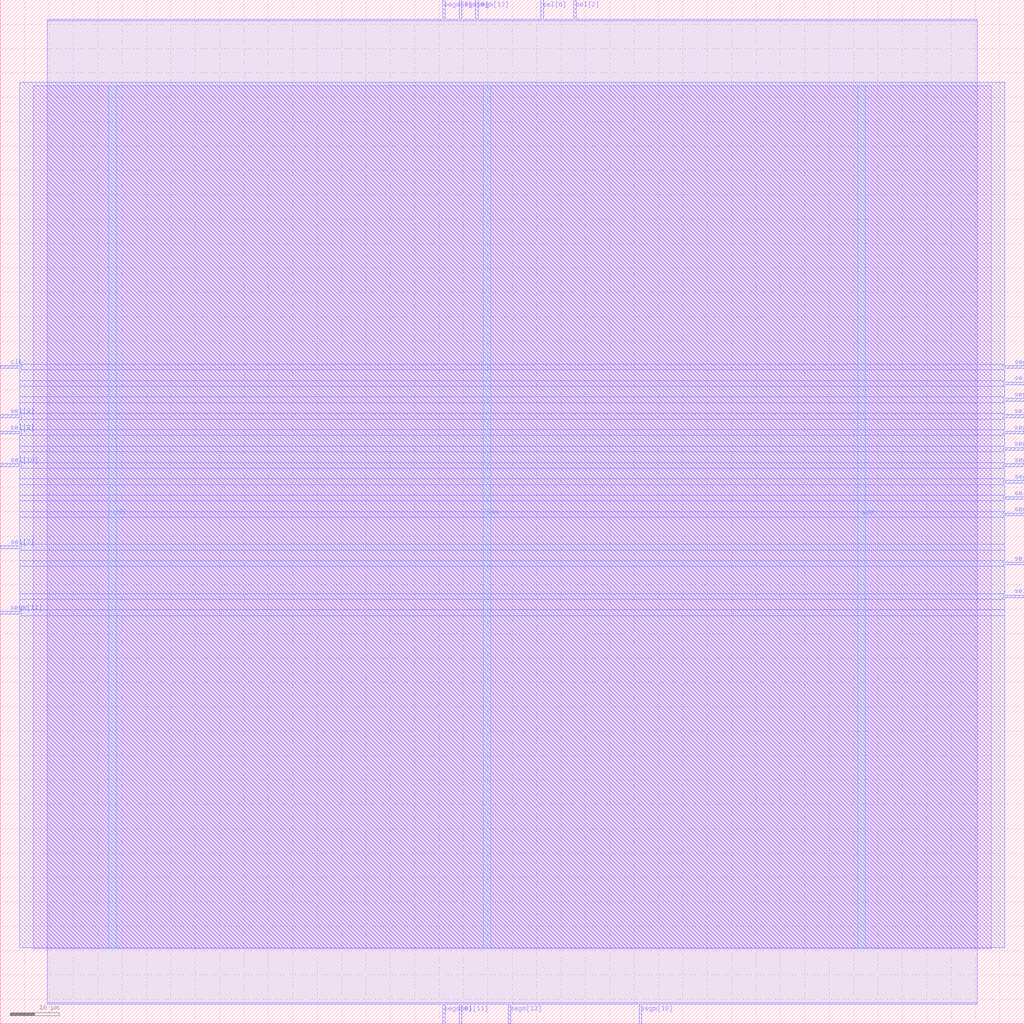
<source format=lef>
VERSION 5.7 ;
  NOWIREEXTENSIONATPIN ON ;
  DIVIDERCHAR "/" ;
  BUSBITCHARS "[]" ;
MACRO ita16
  CLASS BLOCK ;
  FOREIGN ita16 ;
  ORIGIN 0.000 0.000 ;
  SIZE 210.000 BY 210.000 ;
  PIN clk
    DIRECTION INPUT ;
    USE SIGNAL ;
    ANTENNAGATEAREA 4.738000 ;
    ANTENNADIFFAREA 0.410400 ;
    PORT
      LAYER Metal3 ;
        RECT 0.000 134.400 4.000 134.960 ;
    END
  END clk
  PIN segm[0]
    DIRECTION OUTPUT TRISTATE ;
    USE SIGNAL ;
    ANTENNADIFFAREA 4.731200 ;
    PORT
      LAYER Metal3 ;
        RECT 206.000 104.160 210.000 104.720 ;
    END
  END segm[0]
  PIN segm[10]
    DIRECTION OUTPUT TRISTATE ;
    USE SIGNAL ;
    ANTENNADIFFAREA 4.731200 ;
    PORT
      LAYER Metal2 ;
        RECT 131.040 0.000 131.600 4.000 ;
    END
  END segm[10]
  PIN segm[11]
    DIRECTION OUTPUT TRISTATE ;
    USE SIGNAL ;
    ANTENNADIFFAREA 4.731200 ;
    PORT
      LAYER Metal3 ;
        RECT 0.000 84.000 4.000 84.560 ;
    END
  END segm[11]
  PIN segm[12]
    DIRECTION OUTPUT TRISTATE ;
    USE SIGNAL ;
    ANTENNADIFFAREA 4.731200 ;
    PORT
      LAYER Metal2 ;
        RECT 104.160 0.000 104.720 4.000 ;
    END
  END segm[12]
  PIN segm[13]
    DIRECTION OUTPUT TRISTATE ;
    USE SIGNAL ;
    ANTENNADIFFAREA 4.731200 ;
    PORT
      LAYER Metal2 ;
        RECT 97.440 206.000 98.000 210.000 ;
    END
  END segm[13]
  PIN segm[1]
    DIRECTION OUTPUT TRISTATE ;
    USE SIGNAL ;
    ANTENNADIFFAREA 4.731200 ;
    PORT
      LAYER Metal3 ;
        RECT 206.000 134.400 210.000 134.960 ;
    END
  END segm[1]
  PIN segm[2]
    DIRECTION OUTPUT TRISTATE ;
    USE SIGNAL ;
    ANTENNADIFFAREA 4.731200 ;
    PORT
      LAYER Metal3 ;
        RECT 206.000 120.960 210.000 121.520 ;
    END
  END segm[2]
  PIN segm[3]
    DIRECTION OUTPUT TRISTATE ;
    USE SIGNAL ;
    ANTENNADIFFAREA 4.731200 ;
    PORT
      LAYER Metal3 ;
        RECT 206.000 114.240 210.000 114.800 ;
    END
  END segm[3]
  PIN segm[4]
    DIRECTION OUTPUT TRISTATE ;
    USE SIGNAL ;
    ANTENNADIFFAREA 4.731200 ;
    PORT
      LAYER Metal3 ;
        RECT 206.000 127.680 210.000 128.240 ;
    END
  END segm[4]
  PIN segm[5]
    DIRECTION OUTPUT TRISTATE ;
    USE SIGNAL ;
    ANTENNADIFFAREA 4.731200 ;
    PORT
      LAYER Metal3 ;
        RECT 206.000 117.600 210.000 118.160 ;
    END
  END segm[5]
  PIN segm[6]
    DIRECTION OUTPUT TRISTATE ;
    USE SIGNAL ;
    ANTENNADIFFAREA 4.731200 ;
    PORT
      LAYER Metal2 ;
        RECT 94.080 206.000 94.640 210.000 ;
    END
  END segm[6]
  PIN segm[7]
    DIRECTION OUTPUT TRISTATE ;
    USE SIGNAL ;
    ANTENNADIFFAREA 4.731200 ;
    PORT
      LAYER Metal2 ;
        RECT 90.720 206.000 91.280 210.000 ;
    END
  END segm[7]
  PIN segm[8]
    DIRECTION OUTPUT TRISTATE ;
    USE SIGNAL ;
    ANTENNADIFFAREA 4.731200 ;
    PORT
      LAYER Metal2 ;
        RECT 90.720 0.000 91.280 4.000 ;
    END
  END segm[8]
  PIN segm[9]
    DIRECTION OUTPUT TRISTATE ;
    USE SIGNAL ;
    ANTENNADIFFAREA 4.731200 ;
    PORT
      LAYER Metal3 ;
        RECT 206.000 110.880 210.000 111.440 ;
    END
  END segm[9]
  PIN sel[0]
    DIRECTION OUTPUT TRISTATE ;
    USE SIGNAL ;
    ANTENNADIFFAREA 4.731200 ;
    PORT
      LAYER Metal3 ;
        RECT 206.000 87.360 210.000 87.920 ;
    END
  END sel[0]
  PIN sel[10]
    DIRECTION OUTPUT TRISTATE ;
    USE SIGNAL ;
    ANTENNADIFFAREA 4.731200 ;
    PORT
      LAYER Metal3 ;
        RECT 0.000 114.240 4.000 114.800 ;
    END
  END sel[10]
  PIN sel[11]
    DIRECTION OUTPUT TRISTATE ;
    USE SIGNAL ;
    ANTENNADIFFAREA 4.731200 ;
    PORT
      LAYER Metal2 ;
        RECT 94.080 0.000 94.640 4.000 ;
    END
  END sel[11]
  PIN sel[1]
    DIRECTION OUTPUT TRISTATE ;
    USE SIGNAL ;
    ANTENNADIFFAREA 4.731200 ;
    PORT
      LAYER Metal3 ;
        RECT 206.000 131.040 210.000 131.600 ;
    END
  END sel[1]
  PIN sel[2]
    DIRECTION OUTPUT TRISTATE ;
    USE SIGNAL ;
    ANTENNADIFFAREA 4.731200 ;
    PORT
      LAYER Metal2 ;
        RECT 117.600 206.000 118.160 210.000 ;
    END
  END sel[2]
  PIN sel[3]
    DIRECTION OUTPUT TRISTATE ;
    USE SIGNAL ;
    ANTENNADIFFAREA 4.731200 ;
    PORT
      LAYER Metal3 ;
        RECT 206.000 107.520 210.000 108.080 ;
    END
  END sel[3]
  PIN sel[4]
    DIRECTION OUTPUT TRISTATE ;
    USE SIGNAL ;
    ANTENNADIFFAREA 4.731200 ;
    PORT
      LAYER Metal3 ;
        RECT 206.000 94.080 210.000 94.640 ;
    END
  END sel[4]
  PIN sel[5]
    DIRECTION OUTPUT TRISTATE ;
    USE SIGNAL ;
    ANTENNADIFFAREA 4.731200 ;
    PORT
      LAYER Metal3 ;
        RECT 206.000 124.320 210.000 124.880 ;
    END
  END sel[5]
  PIN sel[6]
    DIRECTION OUTPUT TRISTATE ;
    USE SIGNAL ;
    ANTENNADIFFAREA 4.731200 ;
    PORT
      LAYER Metal2 ;
        RECT 110.880 206.000 111.440 210.000 ;
    END
  END sel[6]
  PIN sel[7]
    DIRECTION OUTPUT TRISTATE ;
    USE SIGNAL ;
    ANTENNADIFFAREA 4.731200 ;
    PORT
      LAYER Metal3 ;
        RECT 0.000 97.440 4.000 98.000 ;
    END
  END sel[7]
  PIN sel[8]
    DIRECTION OUTPUT TRISTATE ;
    USE SIGNAL ;
    ANTENNADIFFAREA 4.731200 ;
    PORT
      LAYER Metal3 ;
        RECT 0.000 120.960 4.000 121.520 ;
    END
  END sel[8]
  PIN sel[9]
    DIRECTION OUTPUT TRISTATE ;
    USE SIGNAL ;
    ANTENNADIFFAREA 4.731200 ;
    PORT
      LAYER Metal3 ;
        RECT 0.000 124.320 4.000 124.880 ;
    END
  END sel[9]
  PIN vdd
    DIRECTION INOUT ;
    USE POWER ;
    PORT
      LAYER Metal4 ;
        RECT 22.240 15.380 23.840 192.380 ;
    END
    PORT
      LAYER Metal4 ;
        RECT 175.840 15.380 177.440 192.380 ;
    END
  END vdd
  PIN vss
    DIRECTION INOUT ;
    USE GROUND ;
    PORT
      LAYER Metal4 ;
        RECT 99.040 15.380 100.640 192.380 ;
    END
  END vss
  OBS
      LAYER Metal1 ;
        RECT 6.720 15.380 203.280 192.380 ;
      LAYER Metal2 ;
        RECT 9.660 205.700 90.420 206.000 ;
        RECT 91.580 205.700 93.780 206.000 ;
        RECT 94.940 205.700 97.140 206.000 ;
        RECT 98.300 205.700 110.580 206.000 ;
        RECT 111.740 205.700 117.300 206.000 ;
        RECT 118.460 205.700 200.340 206.000 ;
        RECT 9.660 4.300 200.340 205.700 ;
        RECT 9.660 4.000 90.420 4.300 ;
        RECT 91.580 4.000 93.780 4.300 ;
        RECT 94.940 4.000 103.860 4.300 ;
        RECT 105.020 4.000 130.740 4.300 ;
        RECT 131.900 4.000 200.340 4.300 ;
      LAYER Metal3 ;
        RECT 4.000 135.260 206.000 193.060 ;
        RECT 4.300 134.100 205.700 135.260 ;
        RECT 4.000 131.900 206.000 134.100 ;
        RECT 4.000 130.740 205.700 131.900 ;
        RECT 4.000 128.540 206.000 130.740 ;
        RECT 4.000 127.380 205.700 128.540 ;
        RECT 4.000 125.180 206.000 127.380 ;
        RECT 4.300 124.020 205.700 125.180 ;
        RECT 4.000 121.820 206.000 124.020 ;
        RECT 4.300 120.660 205.700 121.820 ;
        RECT 4.000 118.460 206.000 120.660 ;
        RECT 4.000 117.300 205.700 118.460 ;
        RECT 4.000 115.100 206.000 117.300 ;
        RECT 4.300 113.940 205.700 115.100 ;
        RECT 4.000 111.740 206.000 113.940 ;
        RECT 4.000 110.580 205.700 111.740 ;
        RECT 4.000 108.380 206.000 110.580 ;
        RECT 4.000 107.220 205.700 108.380 ;
        RECT 4.000 105.020 206.000 107.220 ;
        RECT 4.000 103.860 205.700 105.020 ;
        RECT 4.000 98.300 206.000 103.860 ;
        RECT 4.300 97.140 206.000 98.300 ;
        RECT 4.000 94.940 206.000 97.140 ;
        RECT 4.000 93.780 205.700 94.940 ;
        RECT 4.000 88.220 206.000 93.780 ;
        RECT 4.000 87.060 205.700 88.220 ;
        RECT 4.000 84.860 206.000 87.060 ;
        RECT 4.300 83.700 206.000 84.860 ;
        RECT 4.000 15.540 206.000 83.700 ;
  END
END ita16
END LIBRARY


</source>
